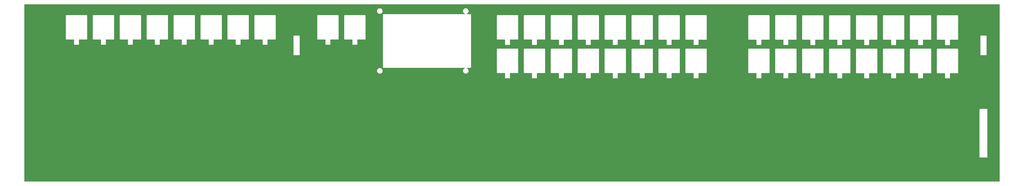
<source format=gbl>
G04 Layer: BottomLayer*
G04 EasyEDA v6.5.34, 2023-08-10 18:14:54*
G04 9b39919d3bca49e6becb9180a70721ca,5a6b42c53f6a479593ecc07194224c93,10*
G04 Gerber Generator version 0.2*
G04 Scale: 100 percent, Rotated: No, Reflected: No *
G04 Dimensions in millimeters *
G04 leading zeros omitted , absolute positions ,4 integer and 5 decimal *
%FSLAX45Y45*%
%MOMM*%

%ADD10C,3.0000*%

%LPD*%
G36*
X2068068Y25908D02*
G01*
X2064156Y26670D01*
X2060905Y28905D01*
X2058670Y32156D01*
X2057907Y36068D01*
X2057907Y8066531D01*
X2058670Y8070443D01*
X2060905Y8073694D01*
X2064156Y8075930D01*
X2068068Y8076692D01*
X46191932Y8076692D01*
X46195843Y8075930D01*
X46199094Y8073694D01*
X46201330Y8070443D01*
X46202092Y8066531D01*
X46202092Y36068D01*
X46201330Y32156D01*
X46199094Y28905D01*
X46195843Y26670D01*
X46191932Y25908D01*
G37*

%LPC*%
G36*
X18144540Y7646517D02*
G01*
X18159679Y7647431D01*
X18174665Y7650175D01*
X18189143Y7654696D01*
X18203011Y7660944D01*
X18216016Y7668818D01*
X18228005Y7678166D01*
X18238724Y7688935D01*
X18248122Y7700873D01*
X18255996Y7713878D01*
X18262244Y7727746D01*
X18266765Y7742275D01*
X18269508Y7757210D01*
X18270423Y7772400D01*
X18269508Y7787589D01*
X18266765Y7802524D01*
X18262244Y7817053D01*
X18255996Y7830921D01*
X18248122Y7843926D01*
X18238724Y7855864D01*
X18228005Y7866634D01*
X18216016Y7875981D01*
X18203011Y7883855D01*
X18189143Y7890103D01*
X18174665Y7894624D01*
X18159679Y7897368D01*
X18144540Y7898282D01*
X18129351Y7897368D01*
X18114365Y7894624D01*
X18099887Y7890103D01*
X18086019Y7883855D01*
X18073014Y7875981D01*
X18061025Y7866634D01*
X18050306Y7855864D01*
X18040908Y7843926D01*
X18033034Y7830921D01*
X18026786Y7817053D01*
X18022265Y7802524D01*
X18019522Y7787589D01*
X18018607Y7772400D01*
X18019522Y7757210D01*
X18022265Y7742275D01*
X18026786Y7727746D01*
X18033034Y7713878D01*
X18040908Y7700873D01*
X18050306Y7688935D01*
X18061025Y7678166D01*
X18073014Y7668818D01*
X18086019Y7660944D01*
X18099887Y7654696D01*
X18114365Y7650175D01*
X18129351Y7647431D01*
G37*
G36*
X43752058Y4714341D02*
G01*
X43922391Y4714341D01*
X43928690Y4715103D01*
X43934176Y4716983D01*
X43939053Y4720082D01*
X43943168Y4724146D01*
X43946216Y4729073D01*
X43948146Y4734509D01*
X43948858Y4740859D01*
X43948858Y4939131D01*
X43949620Y4943043D01*
X43951855Y4946345D01*
X43955106Y4948529D01*
X43959018Y4949291D01*
X44297041Y4949291D01*
X44303340Y4950053D01*
X44308826Y4951933D01*
X44313703Y4955032D01*
X44317818Y4959096D01*
X44320866Y4964023D01*
X44322796Y4969459D01*
X44323508Y4975809D01*
X44323508Y6035090D01*
X44322796Y6041440D01*
X44320866Y6046876D01*
X44317818Y6051804D01*
X44313703Y6055868D01*
X44308826Y6058966D01*
X44303340Y6060846D01*
X44297041Y6061557D01*
X43383758Y6061557D01*
X43377459Y6060846D01*
X43371973Y6058966D01*
X43367096Y6055868D01*
X43362981Y6051804D01*
X43359933Y6046876D01*
X43358003Y6041440D01*
X43357292Y6035090D01*
X43357292Y4975809D01*
X43358003Y4969459D01*
X43359933Y4964023D01*
X43362981Y4959096D01*
X43367096Y4955032D01*
X43371973Y4951933D01*
X43377459Y4950053D01*
X43383758Y4949291D01*
X43715432Y4949291D01*
X43719343Y4948529D01*
X43722594Y4946345D01*
X43724830Y4943043D01*
X43725592Y4939131D01*
X43725592Y4740859D01*
X43726303Y4734509D01*
X43728233Y4729073D01*
X43731281Y4724146D01*
X43735396Y4720082D01*
X43740273Y4716983D01*
X43745759Y4715103D01*
G37*
G36*
X42532858Y4714341D02*
G01*
X42703191Y4714341D01*
X42709490Y4715103D01*
X42714976Y4716983D01*
X42719853Y4720082D01*
X42723968Y4724146D01*
X42727016Y4729073D01*
X42728946Y4734509D01*
X42729658Y4740859D01*
X42729658Y4939131D01*
X42730420Y4943043D01*
X42732655Y4946345D01*
X42735906Y4948529D01*
X42739818Y4949291D01*
X43077841Y4949291D01*
X43084140Y4950053D01*
X43089626Y4951933D01*
X43094503Y4955032D01*
X43098618Y4959096D01*
X43101666Y4964023D01*
X43103596Y4969459D01*
X43104308Y4975809D01*
X43104308Y6035090D01*
X43103596Y6041440D01*
X43101666Y6046876D01*
X43098618Y6051804D01*
X43094503Y6055868D01*
X43089626Y6058966D01*
X43084140Y6060846D01*
X43077841Y6061557D01*
X42164558Y6061557D01*
X42158259Y6060846D01*
X42152773Y6058966D01*
X42147896Y6055868D01*
X42143781Y6051804D01*
X42140733Y6046876D01*
X42138803Y6041440D01*
X42138092Y6035090D01*
X42138092Y4975809D01*
X42138803Y4969459D01*
X42140733Y4964023D01*
X42143781Y4959096D01*
X42147896Y4955032D01*
X42152773Y4951933D01*
X42158259Y4950053D01*
X42164558Y4949291D01*
X42496232Y4949291D01*
X42500143Y4948529D01*
X42503394Y4946345D01*
X42505630Y4943043D01*
X42506392Y4939131D01*
X42506392Y4740859D01*
X42507103Y4734509D01*
X42509033Y4729073D01*
X42512081Y4724146D01*
X42516196Y4720082D01*
X42521073Y4716983D01*
X42526559Y4715103D01*
G37*
G36*
X41313658Y4714341D02*
G01*
X41483991Y4714341D01*
X41490290Y4715103D01*
X41495776Y4716983D01*
X41500653Y4720082D01*
X41504768Y4724146D01*
X41507816Y4729073D01*
X41509746Y4734509D01*
X41510458Y4740859D01*
X41510458Y4939131D01*
X41511220Y4943043D01*
X41513455Y4946345D01*
X41516706Y4948529D01*
X41520618Y4949291D01*
X41858641Y4949291D01*
X41864940Y4950053D01*
X41870426Y4951933D01*
X41875303Y4955032D01*
X41879418Y4959096D01*
X41882466Y4964023D01*
X41884396Y4969459D01*
X41885108Y4975809D01*
X41885108Y6035090D01*
X41884396Y6041440D01*
X41882466Y6046876D01*
X41879418Y6051804D01*
X41875303Y6055868D01*
X41870426Y6058966D01*
X41864940Y6060846D01*
X41858641Y6061557D01*
X40945358Y6061557D01*
X40939059Y6060846D01*
X40933573Y6058966D01*
X40928696Y6055868D01*
X40924581Y6051804D01*
X40921533Y6046876D01*
X40919603Y6041440D01*
X40918892Y6035090D01*
X40918892Y4975809D01*
X40919603Y4969459D01*
X40921533Y4964023D01*
X40924581Y4959096D01*
X40928696Y4955032D01*
X40933573Y4951933D01*
X40939059Y4950053D01*
X40945358Y4949291D01*
X41277032Y4949291D01*
X41280943Y4948529D01*
X41284194Y4946345D01*
X41286430Y4943043D01*
X41287192Y4939131D01*
X41287192Y4740859D01*
X41287903Y4734509D01*
X41289833Y4729073D01*
X41292881Y4724146D01*
X41296996Y4720082D01*
X41301873Y4716983D01*
X41307359Y4715103D01*
G37*
G36*
X40094458Y4714341D02*
G01*
X40264791Y4714341D01*
X40271090Y4715103D01*
X40276576Y4716983D01*
X40281453Y4720082D01*
X40285568Y4724146D01*
X40288616Y4729073D01*
X40290546Y4734509D01*
X40291258Y4740859D01*
X40291258Y4939131D01*
X40292020Y4943043D01*
X40294255Y4946345D01*
X40297506Y4948529D01*
X40301418Y4949291D01*
X40639441Y4949291D01*
X40645740Y4950053D01*
X40651226Y4951933D01*
X40656103Y4955032D01*
X40660218Y4959096D01*
X40663266Y4964023D01*
X40665196Y4969459D01*
X40665908Y4975809D01*
X40665908Y6035090D01*
X40665196Y6041440D01*
X40663266Y6046876D01*
X40660218Y6051804D01*
X40656103Y6055868D01*
X40651226Y6058966D01*
X40645740Y6060846D01*
X40639441Y6061557D01*
X39726158Y6061557D01*
X39719859Y6060846D01*
X39714373Y6058966D01*
X39709496Y6055868D01*
X39705381Y6051804D01*
X39702333Y6046876D01*
X39700403Y6041440D01*
X39699692Y6035090D01*
X39699692Y4975809D01*
X39700403Y4969459D01*
X39702333Y4964023D01*
X39705381Y4959096D01*
X39709496Y4955032D01*
X39714373Y4951933D01*
X39719859Y4950053D01*
X39726158Y4949291D01*
X40057832Y4949291D01*
X40061743Y4948529D01*
X40064994Y4946345D01*
X40067230Y4943043D01*
X40067992Y4939131D01*
X40067992Y4740859D01*
X40068703Y4734509D01*
X40070633Y4729073D01*
X40073681Y4724146D01*
X40077796Y4720082D01*
X40082673Y4716983D01*
X40088159Y4715103D01*
G37*
G36*
X38875258Y4714341D02*
G01*
X39045591Y4714341D01*
X39051890Y4715103D01*
X39057376Y4716983D01*
X39062253Y4720082D01*
X39066368Y4724146D01*
X39069416Y4729073D01*
X39071346Y4734509D01*
X39072058Y4740859D01*
X39072058Y4939131D01*
X39072820Y4943043D01*
X39075055Y4946345D01*
X39078306Y4948529D01*
X39082218Y4949291D01*
X39420241Y4949291D01*
X39426540Y4950053D01*
X39432026Y4951933D01*
X39436903Y4955032D01*
X39441018Y4959096D01*
X39444066Y4964023D01*
X39445996Y4969459D01*
X39446708Y4975809D01*
X39446708Y6035090D01*
X39445996Y6041440D01*
X39444066Y6046876D01*
X39441018Y6051804D01*
X39436903Y6055868D01*
X39432026Y6058966D01*
X39426540Y6060846D01*
X39420241Y6061557D01*
X38506958Y6061557D01*
X38500659Y6060846D01*
X38495173Y6058966D01*
X38490296Y6055868D01*
X38486181Y6051804D01*
X38483133Y6046876D01*
X38481203Y6041440D01*
X38480492Y6035090D01*
X38480492Y4975809D01*
X38481203Y4969459D01*
X38483133Y4964023D01*
X38486181Y4959096D01*
X38490296Y4955032D01*
X38495173Y4951933D01*
X38500659Y4950053D01*
X38506958Y4949291D01*
X38838632Y4949291D01*
X38842543Y4948529D01*
X38845794Y4946345D01*
X38848030Y4943043D01*
X38848792Y4939131D01*
X38848792Y4740859D01*
X38849503Y4734509D01*
X38851433Y4729073D01*
X38854481Y4724146D01*
X38858596Y4720082D01*
X38863473Y4716983D01*
X38868959Y4715103D01*
G37*
G36*
X37656058Y4714341D02*
G01*
X37826391Y4714341D01*
X37832690Y4715103D01*
X37838176Y4716983D01*
X37843053Y4720082D01*
X37847168Y4724146D01*
X37850216Y4729073D01*
X37852146Y4734509D01*
X37852858Y4740859D01*
X37852858Y4939131D01*
X37853620Y4943043D01*
X37855855Y4946345D01*
X37859106Y4948529D01*
X37863018Y4949291D01*
X38201041Y4949291D01*
X38207340Y4950053D01*
X38212826Y4951933D01*
X38217703Y4955032D01*
X38221818Y4959096D01*
X38224866Y4964023D01*
X38226796Y4969459D01*
X38227508Y4975809D01*
X38227508Y6035090D01*
X38226796Y6041440D01*
X38224866Y6046876D01*
X38221818Y6051804D01*
X38217703Y6055868D01*
X38212826Y6058966D01*
X38207340Y6060846D01*
X38201041Y6061557D01*
X37287758Y6061557D01*
X37281459Y6060846D01*
X37275973Y6058966D01*
X37271096Y6055868D01*
X37266981Y6051804D01*
X37263933Y6046876D01*
X37262003Y6041440D01*
X37261292Y6035090D01*
X37261292Y4975809D01*
X37262003Y4969459D01*
X37263933Y4964023D01*
X37266981Y4959096D01*
X37271096Y4955032D01*
X37275973Y4951933D01*
X37281459Y4950053D01*
X37287758Y4949291D01*
X37619432Y4949291D01*
X37623343Y4948529D01*
X37626594Y4946345D01*
X37628830Y4943043D01*
X37629592Y4939131D01*
X37629592Y4740859D01*
X37630303Y4734509D01*
X37632233Y4729073D01*
X37635281Y4724146D01*
X37639396Y4720082D01*
X37644273Y4716983D01*
X37649759Y4715103D01*
G37*
G36*
X32372858Y4714341D02*
G01*
X32543191Y4714341D01*
X32549490Y4715103D01*
X32554976Y4716983D01*
X32559853Y4720082D01*
X32563968Y4724146D01*
X32567016Y4729073D01*
X32568946Y4734509D01*
X32569658Y4740859D01*
X32569658Y4942332D01*
X32570420Y4946243D01*
X32572655Y4949494D01*
X32575906Y4951730D01*
X32579818Y4952492D01*
X32917841Y4952492D01*
X32924140Y4953203D01*
X32929626Y4955133D01*
X32934503Y4958181D01*
X32938618Y4962296D01*
X32941666Y4967173D01*
X32943596Y4972659D01*
X32944308Y4978958D01*
X32944308Y6038291D01*
X32943596Y6044590D01*
X32941666Y6050076D01*
X32938618Y6054953D01*
X32934503Y6059068D01*
X32929626Y6062116D01*
X32924140Y6064046D01*
X32917841Y6064758D01*
X32004558Y6064758D01*
X31998259Y6064046D01*
X31992773Y6062116D01*
X31987896Y6059068D01*
X31983781Y6054953D01*
X31980733Y6050076D01*
X31978803Y6044590D01*
X31978092Y6038291D01*
X31978092Y4978958D01*
X31978803Y4972659D01*
X31980733Y4967173D01*
X31983781Y4962296D01*
X31987896Y4958181D01*
X31992773Y4955133D01*
X31998259Y4953203D01*
X32004558Y4952492D01*
X32336232Y4952492D01*
X32340143Y4951730D01*
X32343394Y4949494D01*
X32345630Y4946243D01*
X32346392Y4942332D01*
X32346392Y4740859D01*
X32347103Y4734509D01*
X32349033Y4729073D01*
X32352081Y4724146D01*
X32356196Y4720082D01*
X32361073Y4716983D01*
X32366559Y4715103D01*
G37*
G36*
X29934458Y4714341D02*
G01*
X30104791Y4714341D01*
X30111090Y4715103D01*
X30116576Y4716983D01*
X30121453Y4720082D01*
X30125568Y4724146D01*
X30128616Y4729073D01*
X30130546Y4734509D01*
X30131258Y4740859D01*
X30131258Y4942332D01*
X30132020Y4946243D01*
X30134255Y4949494D01*
X30137506Y4951730D01*
X30141418Y4952492D01*
X30479441Y4952492D01*
X30485740Y4953203D01*
X30491226Y4955133D01*
X30496103Y4958181D01*
X30500218Y4962296D01*
X30503266Y4967173D01*
X30505196Y4972659D01*
X30505908Y4978958D01*
X30505908Y6038291D01*
X30505196Y6044590D01*
X30503266Y6050076D01*
X30500218Y6054953D01*
X30496103Y6059068D01*
X30491226Y6062116D01*
X30485740Y6064046D01*
X30479441Y6064758D01*
X29566158Y6064758D01*
X29559859Y6064046D01*
X29554373Y6062116D01*
X29549496Y6059068D01*
X29545381Y6054953D01*
X29542333Y6050076D01*
X29540403Y6044590D01*
X29539692Y6038291D01*
X29539692Y4978958D01*
X29540403Y4972659D01*
X29542333Y4967173D01*
X29545381Y4962296D01*
X29549496Y4958181D01*
X29554373Y4955133D01*
X29559859Y4953203D01*
X29566158Y4952492D01*
X29897832Y4952492D01*
X29901743Y4951730D01*
X29904994Y4949494D01*
X29907230Y4946243D01*
X29907992Y4942332D01*
X29907992Y4740859D01*
X29908703Y4734509D01*
X29910633Y4729073D01*
X29913681Y4724146D01*
X29917796Y4720082D01*
X29922673Y4716983D01*
X29928159Y4715103D01*
G37*
G36*
X27496058Y4714341D02*
G01*
X27666391Y4714341D01*
X27672690Y4715103D01*
X27678176Y4716983D01*
X27683053Y4720082D01*
X27687168Y4724146D01*
X27690216Y4729073D01*
X27692146Y4734509D01*
X27692858Y4740859D01*
X27692858Y4942332D01*
X27693620Y4946243D01*
X27695855Y4949494D01*
X27699106Y4951730D01*
X27703018Y4952492D01*
X28041041Y4952492D01*
X28047340Y4953203D01*
X28052826Y4955133D01*
X28057703Y4958181D01*
X28061818Y4962296D01*
X28064866Y4967173D01*
X28066796Y4972659D01*
X28067508Y4978958D01*
X28067508Y6038291D01*
X28066796Y6044590D01*
X28064866Y6050076D01*
X28061818Y6054953D01*
X28057703Y6059068D01*
X28052826Y6062116D01*
X28047340Y6064046D01*
X28041041Y6064758D01*
X27127758Y6064758D01*
X27121459Y6064046D01*
X27115973Y6062116D01*
X27111096Y6059068D01*
X27106981Y6054953D01*
X27103933Y6050076D01*
X27102003Y6044590D01*
X27101292Y6038291D01*
X27101292Y4978958D01*
X27102003Y4972659D01*
X27103933Y4967173D01*
X27106981Y4962296D01*
X27111096Y4958181D01*
X27115973Y4955133D01*
X27121459Y4953203D01*
X27127758Y4952492D01*
X27459432Y4952492D01*
X27463343Y4951730D01*
X27466594Y4949494D01*
X27468830Y4946243D01*
X27469592Y4942332D01*
X27469592Y4740859D01*
X27470303Y4734509D01*
X27472233Y4729073D01*
X27475281Y4724146D01*
X27479396Y4720082D01*
X27484273Y4716983D01*
X27489759Y4715103D01*
G37*
G36*
X31153658Y4714341D02*
G01*
X31323991Y4714341D01*
X31330290Y4715103D01*
X31335776Y4716983D01*
X31340653Y4720082D01*
X31344768Y4724146D01*
X31347816Y4729073D01*
X31349746Y4734509D01*
X31350458Y4740859D01*
X31350458Y4942332D01*
X31351220Y4946243D01*
X31353455Y4949494D01*
X31356706Y4951730D01*
X31360618Y4952492D01*
X31698641Y4952492D01*
X31704940Y4953203D01*
X31710426Y4955133D01*
X31715303Y4958181D01*
X31719418Y4962296D01*
X31722466Y4967173D01*
X31724396Y4972659D01*
X31725108Y4978958D01*
X31725108Y6038291D01*
X31724396Y6044590D01*
X31722466Y6050076D01*
X31719418Y6054953D01*
X31715303Y6059068D01*
X31710426Y6062116D01*
X31704940Y6064046D01*
X31698641Y6064758D01*
X30785358Y6064758D01*
X30779059Y6064046D01*
X30773573Y6062116D01*
X30768696Y6059068D01*
X30764581Y6054953D01*
X30761533Y6050076D01*
X30759603Y6044590D01*
X30758892Y6038291D01*
X30758892Y4978958D01*
X30759603Y4972659D01*
X30761533Y4967173D01*
X30764581Y4962296D01*
X30768696Y4958181D01*
X30773573Y4955133D01*
X30779059Y4953203D01*
X30785358Y4952492D01*
X31117032Y4952492D01*
X31120943Y4951730D01*
X31124194Y4949494D01*
X31126430Y4946243D01*
X31127192Y4942332D01*
X31127192Y4740859D01*
X31127903Y4734509D01*
X31129833Y4729073D01*
X31132881Y4724146D01*
X31136996Y4720082D01*
X31141873Y4716983D01*
X31147359Y4715103D01*
G37*
G36*
X28715258Y4714341D02*
G01*
X28885591Y4714341D01*
X28891890Y4715103D01*
X28897376Y4716983D01*
X28902253Y4720082D01*
X28906368Y4724146D01*
X28909416Y4729073D01*
X28911346Y4734509D01*
X28912058Y4740859D01*
X28912058Y4942332D01*
X28912820Y4946243D01*
X28915055Y4949494D01*
X28918306Y4951730D01*
X28922218Y4952492D01*
X29260241Y4952492D01*
X29266540Y4953203D01*
X29272026Y4955133D01*
X29276903Y4958181D01*
X29281018Y4962296D01*
X29284066Y4967173D01*
X29285996Y4972659D01*
X29286708Y4978958D01*
X29286708Y6038291D01*
X29285996Y6044590D01*
X29284066Y6050076D01*
X29281018Y6054953D01*
X29276903Y6059068D01*
X29272026Y6062116D01*
X29266540Y6064046D01*
X29260241Y6064758D01*
X28346958Y6064758D01*
X28340659Y6064046D01*
X28335173Y6062116D01*
X28330296Y6059068D01*
X28326181Y6054953D01*
X28323133Y6050076D01*
X28321203Y6044590D01*
X28320492Y6038291D01*
X28320492Y4978958D01*
X28321203Y4972659D01*
X28323133Y4967173D01*
X28326181Y4962296D01*
X28330296Y4958181D01*
X28335173Y4955133D01*
X28340659Y4953203D01*
X28346958Y4952492D01*
X28678632Y4952492D01*
X28682543Y4951730D01*
X28685794Y4949494D01*
X28688030Y4946243D01*
X28688792Y4942332D01*
X28688792Y4740859D01*
X28689503Y4734509D01*
X28691433Y4729073D01*
X28694481Y4724146D01*
X28698596Y4720082D01*
X28703473Y4716983D01*
X28708959Y4715103D01*
G37*
G36*
X36436858Y4714341D02*
G01*
X36607191Y4714341D01*
X36613490Y4715103D01*
X36618976Y4716983D01*
X36623853Y4720082D01*
X36627968Y4724146D01*
X36631016Y4729073D01*
X36632946Y4734509D01*
X36633658Y4740859D01*
X36633658Y4942332D01*
X36634420Y4946243D01*
X36636655Y4949494D01*
X36639906Y4951730D01*
X36643818Y4952492D01*
X36981841Y4952492D01*
X36988140Y4953203D01*
X36993626Y4955133D01*
X36998503Y4958181D01*
X37002618Y4962296D01*
X37005666Y4967173D01*
X37007596Y4972659D01*
X37008308Y4978958D01*
X37008308Y6038291D01*
X37007596Y6044590D01*
X37005666Y6050076D01*
X37002618Y6054953D01*
X36998503Y6059068D01*
X36993626Y6062116D01*
X36988140Y6064046D01*
X36981841Y6064758D01*
X36068558Y6064758D01*
X36062259Y6064046D01*
X36056773Y6062116D01*
X36051896Y6059068D01*
X36047781Y6054953D01*
X36044733Y6050076D01*
X36042803Y6044590D01*
X36042092Y6038291D01*
X36042092Y4978958D01*
X36042803Y4972659D01*
X36044733Y4967173D01*
X36047781Y4962296D01*
X36051896Y4958181D01*
X36056773Y4955133D01*
X36062259Y4953203D01*
X36068558Y4952492D01*
X36400232Y4952492D01*
X36404143Y4951730D01*
X36407394Y4949494D01*
X36409630Y4946243D01*
X36410392Y4942332D01*
X36410392Y4740859D01*
X36411103Y4734509D01*
X36413033Y4729073D01*
X36416081Y4724146D01*
X36420196Y4720082D01*
X36425073Y4716983D01*
X36430559Y4715103D01*
G37*
G36*
X26276858Y4714341D02*
G01*
X26447191Y4714341D01*
X26453490Y4715103D01*
X26458976Y4716983D01*
X26463853Y4720082D01*
X26467968Y4724146D01*
X26471016Y4729073D01*
X26472946Y4734509D01*
X26473658Y4740859D01*
X26473658Y4942332D01*
X26474420Y4946243D01*
X26476655Y4949494D01*
X26479906Y4951730D01*
X26483818Y4952492D01*
X26821841Y4952492D01*
X26828140Y4953203D01*
X26833626Y4955133D01*
X26838503Y4958181D01*
X26842618Y4962296D01*
X26845666Y4967173D01*
X26847596Y4972659D01*
X26848308Y4978958D01*
X26848308Y6038291D01*
X26847596Y6044590D01*
X26845666Y6050076D01*
X26842618Y6054953D01*
X26838503Y6059068D01*
X26833626Y6062116D01*
X26828140Y6064046D01*
X26821841Y6064758D01*
X25908558Y6064758D01*
X25902259Y6064046D01*
X25896773Y6062116D01*
X25891896Y6059068D01*
X25887781Y6054953D01*
X25884733Y6050076D01*
X25882803Y6044590D01*
X25882092Y6038291D01*
X25882092Y4978958D01*
X25882803Y4972659D01*
X25884733Y4967173D01*
X25887781Y4962296D01*
X25891896Y4958181D01*
X25896773Y4955133D01*
X25902259Y4953203D01*
X25908558Y4952492D01*
X26240232Y4952492D01*
X26244143Y4951730D01*
X26247394Y4949494D01*
X26249630Y4946243D01*
X26250392Y4942332D01*
X26250392Y4740859D01*
X26251103Y4734509D01*
X26253033Y4729073D01*
X26256081Y4724146D01*
X26260196Y4720082D01*
X26265073Y4716983D01*
X26270559Y4715103D01*
G37*
G36*
X35217658Y4714341D02*
G01*
X35387991Y4714341D01*
X35394290Y4715103D01*
X35399776Y4716983D01*
X35404653Y4720082D01*
X35408768Y4724146D01*
X35411816Y4729073D01*
X35413746Y4734509D01*
X35414458Y4740859D01*
X35414458Y4942332D01*
X35415220Y4946243D01*
X35417455Y4949494D01*
X35420706Y4951730D01*
X35424618Y4952492D01*
X35762641Y4952492D01*
X35768940Y4953203D01*
X35774426Y4955133D01*
X35779303Y4958181D01*
X35783418Y4962296D01*
X35786466Y4967173D01*
X35788396Y4972659D01*
X35789108Y4978958D01*
X35789108Y6038291D01*
X35788396Y6044590D01*
X35786466Y6050076D01*
X35783418Y6054953D01*
X35779303Y6059068D01*
X35774426Y6062116D01*
X35768940Y6064046D01*
X35762641Y6064758D01*
X34849358Y6064758D01*
X34843059Y6064046D01*
X34837573Y6062116D01*
X34832696Y6059068D01*
X34828581Y6054953D01*
X34825533Y6050076D01*
X34823603Y6044590D01*
X34822892Y6038291D01*
X34822892Y4978958D01*
X34823603Y4972659D01*
X34825533Y4967173D01*
X34828581Y4962296D01*
X34832696Y4958181D01*
X34837573Y4955133D01*
X34843059Y4953203D01*
X34849358Y4952492D01*
X35181032Y4952492D01*
X35184943Y4951730D01*
X35188194Y4949494D01*
X35190430Y4946243D01*
X35191192Y4942332D01*
X35191192Y4740859D01*
X35191903Y4734509D01*
X35193833Y4729073D01*
X35196881Y4724146D01*
X35200996Y4720082D01*
X35205873Y4716983D01*
X35211359Y4715103D01*
G37*
G36*
X25057658Y4714341D02*
G01*
X25227991Y4714341D01*
X25234290Y4715103D01*
X25239776Y4716983D01*
X25244653Y4720082D01*
X25248768Y4724146D01*
X25251816Y4729073D01*
X25253746Y4734509D01*
X25254458Y4740859D01*
X25254458Y4945481D01*
X25255220Y4949393D01*
X25257455Y4952695D01*
X25260706Y4954879D01*
X25264618Y4955641D01*
X25602641Y4955641D01*
X25608940Y4956403D01*
X25614426Y4958283D01*
X25619303Y4961382D01*
X25623418Y4965446D01*
X25626466Y4970373D01*
X25628396Y4975809D01*
X25629108Y4982159D01*
X25629108Y6041440D01*
X25628396Y6047790D01*
X25626466Y6053226D01*
X25623418Y6058154D01*
X25619303Y6062218D01*
X25614426Y6065316D01*
X25608940Y6067196D01*
X25602641Y6067907D01*
X24689358Y6067907D01*
X24683059Y6067196D01*
X24677573Y6065316D01*
X24672696Y6062218D01*
X24668581Y6058154D01*
X24665533Y6053226D01*
X24663603Y6047790D01*
X24662892Y6041440D01*
X24662892Y4982159D01*
X24663603Y4975809D01*
X24665533Y4970373D01*
X24668581Y4965446D01*
X24672696Y4961382D01*
X24677573Y4958283D01*
X24683059Y4956403D01*
X24689358Y4955641D01*
X25021032Y4955641D01*
X25024943Y4954879D01*
X25028194Y4952695D01*
X25030430Y4949393D01*
X25031192Y4945481D01*
X25031192Y4740859D01*
X25031903Y4734509D01*
X25033833Y4729073D01*
X25036881Y4724146D01*
X25040996Y4720082D01*
X25045873Y4716983D01*
X25051359Y4715103D01*
G37*
G36*
X23838458Y4714341D02*
G01*
X24008791Y4714341D01*
X24015090Y4715103D01*
X24020576Y4716983D01*
X24025453Y4720082D01*
X24029568Y4724146D01*
X24032616Y4729073D01*
X24034546Y4734509D01*
X24035258Y4740859D01*
X24035258Y4945481D01*
X24036020Y4949393D01*
X24038255Y4952695D01*
X24041506Y4954879D01*
X24045418Y4955641D01*
X24383441Y4955641D01*
X24389740Y4956403D01*
X24395226Y4958283D01*
X24400103Y4961382D01*
X24404218Y4965446D01*
X24407266Y4970373D01*
X24409196Y4975809D01*
X24409908Y4982159D01*
X24409908Y6041440D01*
X24409196Y6047790D01*
X24407266Y6053226D01*
X24404218Y6058154D01*
X24400103Y6062218D01*
X24395226Y6065316D01*
X24389740Y6067196D01*
X24383441Y6067907D01*
X23470158Y6067907D01*
X23463859Y6067196D01*
X23458373Y6065316D01*
X23453496Y6062218D01*
X23449381Y6058154D01*
X23446333Y6053226D01*
X23444403Y6047790D01*
X23443692Y6041440D01*
X23443692Y4982159D01*
X23444403Y4975809D01*
X23446333Y4970373D01*
X23449381Y4965446D01*
X23453496Y4961382D01*
X23458373Y4958283D01*
X23463859Y4956403D01*
X23470158Y4955641D01*
X23801832Y4955641D01*
X23805743Y4954879D01*
X23808994Y4952695D01*
X23811230Y4949393D01*
X23811992Y4945481D01*
X23811992Y4740859D01*
X23812703Y4734509D01*
X23814633Y4729073D01*
X23817681Y4724146D01*
X23821796Y4720082D01*
X23826673Y4716983D01*
X23832159Y4715103D01*
G37*
G36*
X18144540Y4931511D02*
G01*
X18159679Y4932426D01*
X18174665Y4935169D01*
X18189143Y4939690D01*
X18203011Y4945938D01*
X18216016Y4953812D01*
X18228005Y4963160D01*
X18238724Y4973929D01*
X18248122Y4985867D01*
X18255996Y4998872D01*
X18262244Y5012740D01*
X18266765Y5027269D01*
X18269508Y5042204D01*
X18270423Y5057394D01*
X18269508Y5072583D01*
X18266765Y5087518D01*
X18262244Y5102047D01*
X18255996Y5115915D01*
X18248122Y5128920D01*
X18238724Y5140858D01*
X18228005Y5151628D01*
X18216016Y5160975D01*
X18203011Y5168849D01*
X18189143Y5175097D01*
X18174665Y5179618D01*
X18159679Y5182362D01*
X18144540Y5183276D01*
X18129351Y5182362D01*
X18114365Y5179618D01*
X18099887Y5175097D01*
X18086019Y5168849D01*
X18073014Y5160975D01*
X18061025Y5151628D01*
X18050306Y5140858D01*
X18040908Y5128920D01*
X18033034Y5115915D01*
X18026786Y5102047D01*
X18022265Y5087518D01*
X18019522Y5072583D01*
X18018607Y5057394D01*
X18019522Y5042204D01*
X18022265Y5027269D01*
X18026786Y5012740D01*
X18033034Y4998872D01*
X18040908Y4985867D01*
X18050306Y4973929D01*
X18061025Y4963160D01*
X18073014Y4953812D01*
X18086019Y4945938D01*
X18099887Y4939690D01*
X18114365Y4935169D01*
X18129351Y4932426D01*
G37*
G36*
X22034500Y4931511D02*
G01*
X22049689Y4932426D01*
X22064624Y4935169D01*
X22079153Y4939690D01*
X22093021Y4945938D01*
X22106026Y4953812D01*
X22117964Y4963160D01*
X22128734Y4973929D01*
X22138081Y4985867D01*
X22145955Y4998872D01*
X22152203Y5012740D01*
X22156724Y5027269D01*
X22159468Y5042204D01*
X22160382Y5057394D01*
X22159468Y5072583D01*
X22156724Y5087518D01*
X22152203Y5102047D01*
X22145955Y5115915D01*
X22138081Y5128920D01*
X22128734Y5140858D01*
X22117964Y5151628D01*
X22106026Y5160975D01*
X22093021Y5168849D01*
X22080778Y5174386D01*
X22077578Y5176621D01*
X22075495Y5179923D01*
X22074784Y5183784D01*
X22075597Y5187645D01*
X22077832Y5190896D01*
X22081083Y5193030D01*
X22084944Y5193792D01*
X22249841Y5193792D01*
X22256140Y5194503D01*
X22261626Y5196433D01*
X22266503Y5199481D01*
X22270618Y5203596D01*
X22273666Y5208473D01*
X22275596Y5213959D01*
X22276308Y5220258D01*
X22276308Y7606741D01*
X22275596Y7613040D01*
X22273666Y7618526D01*
X22270618Y7623403D01*
X22266503Y7627518D01*
X22261626Y7630566D01*
X22256140Y7632496D01*
X22249841Y7633208D01*
X22076968Y7633208D01*
X22072955Y7634020D01*
X22069602Y7636357D01*
X22067418Y7639862D01*
X22066808Y7643875D01*
X22067824Y7647838D01*
X22070364Y7651089D01*
X22073920Y7653070D01*
X22079153Y7654696D01*
X22093021Y7660944D01*
X22106026Y7668818D01*
X22117964Y7678166D01*
X22128734Y7688935D01*
X22138081Y7700873D01*
X22145955Y7713878D01*
X22152203Y7727746D01*
X22156724Y7742275D01*
X22159468Y7757210D01*
X22160382Y7772400D01*
X22159468Y7787589D01*
X22156724Y7802524D01*
X22152203Y7817053D01*
X22145955Y7830921D01*
X22138081Y7843926D01*
X22128734Y7855864D01*
X22117964Y7866634D01*
X22106026Y7875981D01*
X22093021Y7883855D01*
X22079153Y7890103D01*
X22064624Y7894624D01*
X22049689Y7897368D01*
X22034500Y7898282D01*
X22019310Y7897368D01*
X22004375Y7894624D01*
X21989846Y7890103D01*
X21975978Y7883855D01*
X21962973Y7875981D01*
X21951035Y7866634D01*
X21940266Y7855864D01*
X21930918Y7843926D01*
X21923044Y7830921D01*
X21916796Y7817053D01*
X21912275Y7802524D01*
X21909532Y7787589D01*
X21908617Y7772400D01*
X21909532Y7757210D01*
X21912275Y7742275D01*
X21916796Y7727746D01*
X21923044Y7713878D01*
X21930918Y7700873D01*
X21940266Y7688935D01*
X21951035Y7678166D01*
X21962973Y7668818D01*
X21975978Y7660944D01*
X21989846Y7654696D01*
X21995079Y7653070D01*
X21998635Y7651089D01*
X22001175Y7647838D01*
X22002191Y7643875D01*
X22001581Y7639862D01*
X21999397Y7636357D01*
X21996044Y7634020D01*
X21992031Y7633208D01*
X18313958Y7633208D01*
X18307659Y7632496D01*
X18302173Y7630566D01*
X18297296Y7627518D01*
X18293181Y7623403D01*
X18290133Y7618526D01*
X18288203Y7613040D01*
X18287492Y7606741D01*
X18287492Y5220258D01*
X18288203Y5213959D01*
X18290133Y5208473D01*
X18293181Y5203596D01*
X18297296Y5199481D01*
X18302173Y5196433D01*
X18307659Y5194503D01*
X18313958Y5193792D01*
X21984055Y5193792D01*
X21987916Y5193030D01*
X21991167Y5190896D01*
X21993402Y5187645D01*
X21994215Y5183784D01*
X21993504Y5179923D01*
X21991421Y5176621D01*
X21988221Y5174386D01*
X21975978Y5168849D01*
X21962973Y5160975D01*
X21951035Y5151628D01*
X21940266Y5140858D01*
X21930918Y5128920D01*
X21923044Y5115915D01*
X21916796Y5102047D01*
X21912275Y5087518D01*
X21909532Y5072583D01*
X21908617Y5057394D01*
X21909532Y5042204D01*
X21912275Y5027269D01*
X21916796Y5012740D01*
X21923044Y4998872D01*
X21930918Y4985867D01*
X21940266Y4973929D01*
X21951035Y4963160D01*
X21962973Y4953812D01*
X21975978Y4945938D01*
X21989846Y4939690D01*
X22004375Y4935169D01*
X22019310Y4932426D01*
G37*
G36*
X14262658Y5765292D02*
G01*
X14490141Y5765292D01*
X14496440Y5766003D01*
X14501926Y5767933D01*
X14506803Y5770981D01*
X14510918Y5775096D01*
X14513966Y5779973D01*
X14515896Y5785459D01*
X14516607Y5791758D01*
X14516607Y6628841D01*
X14515896Y6635140D01*
X14513966Y6640626D01*
X14510918Y6645503D01*
X14506803Y6649618D01*
X14501926Y6652666D01*
X14496440Y6654596D01*
X14490141Y6655308D01*
X14262658Y6655308D01*
X14256359Y6654596D01*
X14250873Y6652666D01*
X14245996Y6649618D01*
X14241881Y6645503D01*
X14238833Y6640626D01*
X14236903Y6635140D01*
X14236192Y6628841D01*
X14236192Y5791758D01*
X14236903Y5785459D01*
X14238833Y5779973D01*
X14241881Y5775096D01*
X14245996Y5770981D01*
X14250873Y5767933D01*
X14256359Y5766003D01*
G37*
G36*
X45352258Y5765292D02*
G01*
X45579741Y5765292D01*
X45586040Y5766003D01*
X45591526Y5767933D01*
X45596403Y5770981D01*
X45600518Y5775096D01*
X45603566Y5779973D01*
X45605496Y5785459D01*
X45606208Y5791758D01*
X45606208Y6628841D01*
X45605496Y6635140D01*
X45603566Y6640626D01*
X45600518Y6645503D01*
X45596403Y6649618D01*
X45591526Y6652666D01*
X45586040Y6654596D01*
X45579741Y6655308D01*
X45352258Y6655308D01*
X45345959Y6654596D01*
X45340473Y6652666D01*
X45335596Y6649618D01*
X45331481Y6645503D01*
X45328433Y6640626D01*
X45326503Y6635140D01*
X45325792Y6628841D01*
X45325792Y5791758D01*
X45326503Y5785459D01*
X45328433Y5779973D01*
X45331481Y5775096D01*
X45335596Y5770981D01*
X45340473Y5767933D01*
X45345959Y5766003D01*
G37*
G36*
X40094458Y6228842D02*
G01*
X40264791Y6228842D01*
X40271090Y6229553D01*
X40276576Y6231483D01*
X40281453Y6234531D01*
X40285568Y6238646D01*
X40288616Y6243523D01*
X40290546Y6249009D01*
X40291258Y6255308D01*
X40291258Y6459982D01*
X40292020Y6463893D01*
X40294255Y6467144D01*
X40297506Y6469380D01*
X40301418Y6470142D01*
X40639441Y6470142D01*
X40645740Y6470853D01*
X40651226Y6472783D01*
X40656103Y6475831D01*
X40660218Y6479946D01*
X40663266Y6484823D01*
X40665196Y6490309D01*
X40665908Y6496608D01*
X40665908Y7555941D01*
X40665196Y7562240D01*
X40663266Y7567726D01*
X40660218Y7572603D01*
X40656103Y7576718D01*
X40651226Y7579766D01*
X40645740Y7581696D01*
X40639441Y7582408D01*
X39726158Y7582408D01*
X39719859Y7581696D01*
X39714373Y7579766D01*
X39709496Y7576718D01*
X39705381Y7572603D01*
X39702333Y7567726D01*
X39700403Y7562240D01*
X39699692Y7555941D01*
X39699692Y6496608D01*
X39700403Y6490309D01*
X39702333Y6484823D01*
X39705381Y6479946D01*
X39709496Y6475831D01*
X39714373Y6472783D01*
X39719859Y6470853D01*
X39726158Y6470142D01*
X40057832Y6470142D01*
X40061743Y6469380D01*
X40064994Y6467144D01*
X40067230Y6463893D01*
X40067992Y6459982D01*
X40067992Y6255308D01*
X40068703Y6249009D01*
X40070633Y6243523D01*
X40073681Y6238646D01*
X40077796Y6234531D01*
X40082673Y6231483D01*
X40088159Y6229553D01*
G37*
G36*
X38875258Y6228842D02*
G01*
X39045591Y6228842D01*
X39051890Y6229553D01*
X39057376Y6231483D01*
X39062253Y6234531D01*
X39066368Y6238646D01*
X39069416Y6243523D01*
X39071346Y6249009D01*
X39072058Y6255308D01*
X39072058Y6459982D01*
X39072820Y6463893D01*
X39075055Y6467144D01*
X39078306Y6469380D01*
X39082218Y6470142D01*
X39420241Y6470142D01*
X39426540Y6470853D01*
X39432026Y6472783D01*
X39436903Y6475831D01*
X39441018Y6479946D01*
X39444066Y6484823D01*
X39445996Y6490309D01*
X39446708Y6496608D01*
X39446708Y7555941D01*
X39445996Y7562240D01*
X39444066Y7567726D01*
X39441018Y7572603D01*
X39436903Y7576718D01*
X39432026Y7579766D01*
X39426540Y7581696D01*
X39420241Y7582408D01*
X38506958Y7582408D01*
X38500659Y7581696D01*
X38495173Y7579766D01*
X38490296Y7576718D01*
X38486181Y7572603D01*
X38483133Y7567726D01*
X38481203Y7562240D01*
X38480492Y7555941D01*
X38480492Y6496608D01*
X38481203Y6490309D01*
X38483133Y6484823D01*
X38486181Y6479946D01*
X38490296Y6475831D01*
X38495173Y6472783D01*
X38500659Y6470853D01*
X38506958Y6470142D01*
X38838632Y6470142D01*
X38842543Y6469380D01*
X38845794Y6467144D01*
X38848030Y6463893D01*
X38848792Y6459982D01*
X38848792Y6255308D01*
X38849503Y6249009D01*
X38851433Y6243523D01*
X38854481Y6238646D01*
X38858596Y6234531D01*
X38863473Y6231483D01*
X38868959Y6229553D01*
G37*
G36*
X45314158Y1117092D02*
G01*
X45617841Y1117092D01*
X45624140Y1117803D01*
X45629626Y1119733D01*
X45634503Y1122781D01*
X45638618Y1126896D01*
X45641666Y1131773D01*
X45643596Y1137259D01*
X45644308Y1143558D01*
X45644308Y3301441D01*
X45643596Y3307740D01*
X45641666Y3313226D01*
X45638618Y3318103D01*
X45634503Y3322218D01*
X45629626Y3325266D01*
X45624140Y3327196D01*
X45617841Y3327908D01*
X45314158Y3327908D01*
X45307859Y3327196D01*
X45302373Y3325266D01*
X45297496Y3322218D01*
X45293381Y3318103D01*
X45290333Y3313226D01*
X45288403Y3307740D01*
X45287692Y3301441D01*
X45287692Y1143558D01*
X45288403Y1137259D01*
X45290333Y1131773D01*
X45293381Y1126896D01*
X45297496Y1122781D01*
X45302373Y1119733D01*
X45307859Y1117803D01*
G37*
G36*
X41313658Y6228842D02*
G01*
X41483991Y6228842D01*
X41490290Y6229553D01*
X41495776Y6231483D01*
X41500653Y6234531D01*
X41504768Y6238646D01*
X41507816Y6243523D01*
X41509746Y6249009D01*
X41510458Y6255308D01*
X41510458Y6459982D01*
X41511220Y6463893D01*
X41513455Y6467144D01*
X41516706Y6469380D01*
X41520618Y6470142D01*
X41858641Y6470142D01*
X41864940Y6470853D01*
X41870426Y6472783D01*
X41875303Y6475831D01*
X41879418Y6479946D01*
X41882466Y6484823D01*
X41884396Y6490309D01*
X41885108Y6496608D01*
X41885108Y7555941D01*
X41884396Y7562240D01*
X41882466Y7567726D01*
X41879418Y7572603D01*
X41875303Y7576718D01*
X41870426Y7579766D01*
X41864940Y7581696D01*
X41858641Y7582408D01*
X40945358Y7582408D01*
X40939059Y7581696D01*
X40933573Y7579766D01*
X40928696Y7576718D01*
X40924581Y7572603D01*
X40921533Y7567726D01*
X40919603Y7562240D01*
X40918892Y7555941D01*
X40918892Y6496608D01*
X40919603Y6490309D01*
X40921533Y6484823D01*
X40924581Y6479946D01*
X40928696Y6475831D01*
X40933573Y6472783D01*
X40939059Y6470853D01*
X40945358Y6470142D01*
X41277032Y6470142D01*
X41280943Y6469380D01*
X41284194Y6467144D01*
X41286430Y6463893D01*
X41287192Y6459982D01*
X41287192Y6255308D01*
X41287903Y6249009D01*
X41289833Y6243523D01*
X41292881Y6238646D01*
X41296996Y6234531D01*
X41301873Y6231483D01*
X41307359Y6229553D01*
G37*
G36*
X37656058Y6228842D02*
G01*
X37826391Y6228842D01*
X37832690Y6229553D01*
X37838176Y6231483D01*
X37843053Y6234531D01*
X37847168Y6238646D01*
X37850216Y6243523D01*
X37852146Y6249009D01*
X37852858Y6255308D01*
X37852858Y6459982D01*
X37853620Y6463893D01*
X37855855Y6467144D01*
X37859106Y6469380D01*
X37863018Y6470142D01*
X38201041Y6470142D01*
X38207340Y6470853D01*
X38212826Y6472783D01*
X38217703Y6475831D01*
X38221818Y6479946D01*
X38224866Y6484823D01*
X38226796Y6490309D01*
X38227508Y6496608D01*
X38227508Y7555941D01*
X38226796Y7562240D01*
X38224866Y7567726D01*
X38221818Y7572603D01*
X38217703Y7576718D01*
X38212826Y7579766D01*
X38207340Y7581696D01*
X38201041Y7582408D01*
X37287758Y7582408D01*
X37281459Y7581696D01*
X37275973Y7579766D01*
X37271096Y7576718D01*
X37266981Y7572603D01*
X37263933Y7567726D01*
X37262003Y7562240D01*
X37261292Y7555941D01*
X37261292Y6496608D01*
X37262003Y6490309D01*
X37263933Y6484823D01*
X37266981Y6479946D01*
X37271096Y6475831D01*
X37275973Y6472783D01*
X37281459Y6470853D01*
X37287758Y6470142D01*
X37619432Y6470142D01*
X37623343Y6469380D01*
X37626594Y6467144D01*
X37628830Y6463893D01*
X37629592Y6459982D01*
X37629592Y6255308D01*
X37630303Y6249009D01*
X37632233Y6243523D01*
X37635281Y6238646D01*
X37639396Y6234531D01*
X37644273Y6231483D01*
X37649759Y6229553D01*
G37*
G36*
X43752058Y6228842D02*
G01*
X43922391Y6228842D01*
X43928690Y6229553D01*
X43934176Y6231483D01*
X43939053Y6234531D01*
X43943168Y6238646D01*
X43946216Y6243523D01*
X43948146Y6249009D01*
X43948858Y6255308D01*
X43948858Y6459982D01*
X43949620Y6463893D01*
X43951855Y6467144D01*
X43955106Y6469380D01*
X43959018Y6470142D01*
X44297041Y6470142D01*
X44303340Y6470853D01*
X44308826Y6472783D01*
X44313703Y6475831D01*
X44317818Y6479946D01*
X44320866Y6484823D01*
X44322796Y6490309D01*
X44323508Y6496608D01*
X44323508Y7555941D01*
X44322796Y7562240D01*
X44320866Y7567726D01*
X44317818Y7572603D01*
X44313703Y7576718D01*
X44308826Y7579766D01*
X44303340Y7581696D01*
X44297041Y7582408D01*
X43383758Y7582408D01*
X43377459Y7581696D01*
X43371973Y7579766D01*
X43367096Y7576718D01*
X43362981Y7572603D01*
X43359933Y7567726D01*
X43358003Y7562240D01*
X43357292Y7555941D01*
X43357292Y6496608D01*
X43358003Y6490309D01*
X43359933Y6484823D01*
X43362981Y6479946D01*
X43367096Y6475831D01*
X43371973Y6472783D01*
X43377459Y6470853D01*
X43383758Y6470142D01*
X43715432Y6470142D01*
X43719343Y6469380D01*
X43722594Y6467144D01*
X43724830Y6463893D01*
X43725592Y6459982D01*
X43725592Y6255308D01*
X43726303Y6249009D01*
X43728233Y6243523D01*
X43731281Y6238646D01*
X43735396Y6234531D01*
X43740273Y6231483D01*
X43745759Y6229553D01*
G37*
G36*
X27496058Y6231991D02*
G01*
X27666391Y6231991D01*
X27672690Y6232753D01*
X27678176Y6234633D01*
X27683053Y6237732D01*
X27687168Y6241796D01*
X27690216Y6246723D01*
X27692146Y6252159D01*
X27692858Y6258509D01*
X27692858Y6463131D01*
X27693620Y6467043D01*
X27695855Y6470345D01*
X27699106Y6472529D01*
X27703018Y6473291D01*
X28041041Y6473291D01*
X28047340Y6474053D01*
X28052826Y6475933D01*
X28057703Y6479032D01*
X28061818Y6483096D01*
X28064866Y6488023D01*
X28066796Y6493459D01*
X28067508Y6499809D01*
X28067508Y7559090D01*
X28066796Y7565440D01*
X28064866Y7570876D01*
X28061818Y7575803D01*
X28057703Y7579868D01*
X28052826Y7582966D01*
X28047340Y7584846D01*
X28041041Y7585557D01*
X27127758Y7585557D01*
X27121459Y7584846D01*
X27115973Y7582966D01*
X27111096Y7579868D01*
X27106981Y7575803D01*
X27103933Y7570876D01*
X27102003Y7565440D01*
X27101292Y7559090D01*
X27101292Y6499809D01*
X27102003Y6493459D01*
X27103933Y6488023D01*
X27106981Y6483096D01*
X27111096Y6479032D01*
X27115973Y6475933D01*
X27121459Y6474053D01*
X27127758Y6473291D01*
X27459432Y6473291D01*
X27463343Y6472529D01*
X27466594Y6470345D01*
X27468830Y6467043D01*
X27469592Y6463131D01*
X27469592Y6258509D01*
X27470303Y6252159D01*
X27472233Y6246723D01*
X27475281Y6241796D01*
X27479396Y6237732D01*
X27484273Y6234633D01*
X27489759Y6232753D01*
G37*
G36*
X28715258Y6231991D02*
G01*
X28885591Y6231991D01*
X28891890Y6232753D01*
X28897376Y6234633D01*
X28902253Y6237732D01*
X28906368Y6241796D01*
X28909416Y6246723D01*
X28911346Y6252159D01*
X28912058Y6258509D01*
X28912058Y6463131D01*
X28912820Y6467043D01*
X28915055Y6470345D01*
X28918306Y6472529D01*
X28922218Y6473291D01*
X29260241Y6473291D01*
X29266540Y6474053D01*
X29272026Y6475933D01*
X29276903Y6479032D01*
X29281018Y6483096D01*
X29284066Y6488023D01*
X29285996Y6493459D01*
X29286708Y6499809D01*
X29286708Y7559090D01*
X29285996Y7565440D01*
X29284066Y7570876D01*
X29281018Y7575803D01*
X29276903Y7579868D01*
X29272026Y7582966D01*
X29266540Y7584846D01*
X29260241Y7585557D01*
X28346958Y7585557D01*
X28340659Y7584846D01*
X28335173Y7582966D01*
X28330296Y7579868D01*
X28326181Y7575803D01*
X28323133Y7570876D01*
X28321203Y7565440D01*
X28320492Y7559090D01*
X28320492Y6499809D01*
X28321203Y6493459D01*
X28323133Y6488023D01*
X28326181Y6483096D01*
X28330296Y6479032D01*
X28335173Y6475933D01*
X28340659Y6474053D01*
X28346958Y6473291D01*
X28678632Y6473291D01*
X28682543Y6472529D01*
X28685794Y6470345D01*
X28688030Y6467043D01*
X28688792Y6463131D01*
X28688792Y6258509D01*
X28689503Y6252159D01*
X28691433Y6246723D01*
X28694481Y6241796D01*
X28698596Y6237732D01*
X28703473Y6234633D01*
X28708959Y6232753D01*
G37*
G36*
X35217658Y6231991D02*
G01*
X35387991Y6231991D01*
X35394290Y6232753D01*
X35399776Y6234633D01*
X35404653Y6237732D01*
X35408768Y6241796D01*
X35411816Y6246723D01*
X35413746Y6252159D01*
X35414458Y6258509D01*
X35414458Y6463131D01*
X35415220Y6467043D01*
X35417455Y6470345D01*
X35420706Y6472529D01*
X35424618Y6473291D01*
X35762641Y6473291D01*
X35768940Y6474053D01*
X35774426Y6475933D01*
X35779303Y6479032D01*
X35783418Y6483096D01*
X35786466Y6488023D01*
X35788396Y6493459D01*
X35789108Y6499809D01*
X35789108Y7559090D01*
X35788396Y7565440D01*
X35786466Y7570876D01*
X35783418Y7575803D01*
X35779303Y7579868D01*
X35774426Y7582966D01*
X35768940Y7584846D01*
X35762641Y7585557D01*
X34849358Y7585557D01*
X34843059Y7584846D01*
X34837573Y7582966D01*
X34832696Y7579868D01*
X34828581Y7575803D01*
X34825533Y7570876D01*
X34823603Y7565440D01*
X34822892Y7559090D01*
X34822892Y6499809D01*
X34823603Y6493459D01*
X34825533Y6488023D01*
X34828581Y6483096D01*
X34832696Y6479032D01*
X34837573Y6475933D01*
X34843059Y6474053D01*
X34849358Y6473291D01*
X35181032Y6473291D01*
X35184943Y6472529D01*
X35188194Y6470345D01*
X35190430Y6467043D01*
X35191192Y6463131D01*
X35191192Y6258509D01*
X35191903Y6252159D01*
X35193833Y6246723D01*
X35196881Y6241796D01*
X35200996Y6237732D01*
X35205873Y6234633D01*
X35211359Y6232753D01*
G37*
G36*
X26276858Y6231991D02*
G01*
X26447191Y6231991D01*
X26453490Y6232753D01*
X26458976Y6234633D01*
X26463853Y6237732D01*
X26467968Y6241796D01*
X26471016Y6246723D01*
X26472946Y6252159D01*
X26473658Y6258509D01*
X26473658Y6463131D01*
X26474420Y6467043D01*
X26476655Y6470345D01*
X26479906Y6472529D01*
X26483818Y6473291D01*
X26821841Y6473291D01*
X26828140Y6474053D01*
X26833626Y6475933D01*
X26838503Y6479032D01*
X26842618Y6483096D01*
X26845666Y6488023D01*
X26847596Y6493459D01*
X26848308Y6499809D01*
X26848308Y7559090D01*
X26847596Y7565440D01*
X26845666Y7570876D01*
X26842618Y7575803D01*
X26838503Y7579868D01*
X26833626Y7582966D01*
X26828140Y7584846D01*
X26821841Y7585557D01*
X25908558Y7585557D01*
X25902259Y7584846D01*
X25896773Y7582966D01*
X25891896Y7579868D01*
X25887781Y7575803D01*
X25884733Y7570876D01*
X25882803Y7565440D01*
X25882092Y7559090D01*
X25882092Y6499809D01*
X25882803Y6493459D01*
X25884733Y6488023D01*
X25887781Y6483096D01*
X25891896Y6479032D01*
X25896773Y6475933D01*
X25902259Y6474053D01*
X25908558Y6473291D01*
X26240232Y6473291D01*
X26244143Y6472529D01*
X26247394Y6470345D01*
X26249630Y6467043D01*
X26250392Y6463131D01*
X26250392Y6258509D01*
X26251103Y6252159D01*
X26253033Y6246723D01*
X26256081Y6241796D01*
X26260196Y6237732D01*
X26265073Y6234633D01*
X26270559Y6232753D01*
G37*
G36*
X32372858Y6231991D02*
G01*
X32543191Y6231991D01*
X32549490Y6232753D01*
X32554976Y6234633D01*
X32559853Y6237732D01*
X32563968Y6241796D01*
X32567016Y6246723D01*
X32568946Y6252159D01*
X32569658Y6258509D01*
X32569658Y6463131D01*
X32570420Y6467043D01*
X32572655Y6470345D01*
X32575906Y6472529D01*
X32579818Y6473291D01*
X32917841Y6473291D01*
X32924140Y6474053D01*
X32929626Y6475933D01*
X32934503Y6479032D01*
X32938618Y6483096D01*
X32941666Y6488023D01*
X32943596Y6493459D01*
X32944308Y6499809D01*
X32944308Y7559090D01*
X32943596Y7565440D01*
X32941666Y7570876D01*
X32938618Y7575803D01*
X32934503Y7579868D01*
X32929626Y7582966D01*
X32924140Y7584846D01*
X32917841Y7585557D01*
X32004558Y7585557D01*
X31998259Y7584846D01*
X31992773Y7582966D01*
X31987896Y7579868D01*
X31983781Y7575803D01*
X31980733Y7570876D01*
X31978803Y7565440D01*
X31978092Y7559090D01*
X31978092Y6499809D01*
X31978803Y6493459D01*
X31980733Y6488023D01*
X31983781Y6483096D01*
X31987896Y6479032D01*
X31992773Y6475933D01*
X31998259Y6474053D01*
X32004558Y6473291D01*
X32336232Y6473291D01*
X32340143Y6472529D01*
X32343394Y6470345D01*
X32345630Y6467043D01*
X32346392Y6463131D01*
X32346392Y6258509D01*
X32347103Y6252159D01*
X32349033Y6246723D01*
X32352081Y6241796D01*
X32356196Y6237732D01*
X32361073Y6234633D01*
X32366559Y6232753D01*
G37*
G36*
X36436858Y6231991D02*
G01*
X36607191Y6231991D01*
X36613490Y6232753D01*
X36618976Y6234633D01*
X36623853Y6237732D01*
X36627968Y6241796D01*
X36631016Y6246723D01*
X36632946Y6252159D01*
X36633658Y6258509D01*
X36633658Y6463131D01*
X36634420Y6467043D01*
X36636655Y6470345D01*
X36639906Y6472529D01*
X36643818Y6473291D01*
X36981841Y6473291D01*
X36988140Y6474053D01*
X36993626Y6475933D01*
X36998503Y6479032D01*
X37002618Y6483096D01*
X37005666Y6488023D01*
X37007596Y6493459D01*
X37008308Y6499809D01*
X37008308Y7559090D01*
X37007596Y7565440D01*
X37005666Y7570876D01*
X37002618Y7575803D01*
X36998503Y7579868D01*
X36993626Y7582966D01*
X36988140Y7584846D01*
X36981841Y7585557D01*
X36068558Y7585557D01*
X36062259Y7584846D01*
X36056773Y7582966D01*
X36051896Y7579868D01*
X36047781Y7575803D01*
X36044733Y7570876D01*
X36042803Y7565440D01*
X36042092Y7559090D01*
X36042092Y6499809D01*
X36042803Y6493459D01*
X36044733Y6488023D01*
X36047781Y6483096D01*
X36051896Y6479032D01*
X36056773Y6475933D01*
X36062259Y6474053D01*
X36068558Y6473291D01*
X36400232Y6473291D01*
X36404143Y6472529D01*
X36407394Y6470345D01*
X36409630Y6467043D01*
X36410392Y6463131D01*
X36410392Y6258509D01*
X36411103Y6252159D01*
X36413033Y6246723D01*
X36416081Y6241796D01*
X36420196Y6237732D01*
X36425073Y6234633D01*
X36430559Y6232753D01*
G37*
G36*
X29934458Y6231991D02*
G01*
X30104791Y6231991D01*
X30111090Y6232753D01*
X30116576Y6234633D01*
X30121453Y6237732D01*
X30125568Y6241796D01*
X30128616Y6246723D01*
X30130546Y6252159D01*
X30131258Y6258509D01*
X30131258Y6463131D01*
X30132020Y6467043D01*
X30134255Y6470345D01*
X30137506Y6472529D01*
X30141418Y6473291D01*
X30479441Y6473291D01*
X30485740Y6474053D01*
X30491226Y6475933D01*
X30496103Y6479032D01*
X30500218Y6483096D01*
X30503266Y6488023D01*
X30505196Y6493459D01*
X30505908Y6499809D01*
X30505908Y7559090D01*
X30505196Y7565440D01*
X30503266Y7570876D01*
X30500218Y7575803D01*
X30496103Y7579868D01*
X30491226Y7582966D01*
X30485740Y7584846D01*
X30479441Y7585557D01*
X29566158Y7585557D01*
X29559859Y7584846D01*
X29554373Y7582966D01*
X29549496Y7579868D01*
X29545381Y7575803D01*
X29542333Y7570876D01*
X29540403Y7565440D01*
X29539692Y7559090D01*
X29539692Y6499809D01*
X29540403Y6493459D01*
X29542333Y6488023D01*
X29545381Y6483096D01*
X29549496Y6479032D01*
X29554373Y6475933D01*
X29559859Y6474053D01*
X29566158Y6473291D01*
X29897832Y6473291D01*
X29901743Y6472529D01*
X29904994Y6470345D01*
X29907230Y6467043D01*
X29907992Y6463131D01*
X29907992Y6258509D01*
X29908703Y6252159D01*
X29910633Y6246723D01*
X29913681Y6241796D01*
X29917796Y6237732D01*
X29922673Y6234633D01*
X29928159Y6232753D01*
G37*
G36*
X31153658Y6231991D02*
G01*
X31323991Y6231991D01*
X31330290Y6232753D01*
X31335776Y6234633D01*
X31340653Y6237732D01*
X31344768Y6241796D01*
X31347816Y6246723D01*
X31349746Y6252159D01*
X31350458Y6258509D01*
X31350458Y6463131D01*
X31351220Y6467043D01*
X31353455Y6470345D01*
X31356706Y6472529D01*
X31360618Y6473291D01*
X31698641Y6473291D01*
X31704940Y6474053D01*
X31710426Y6475933D01*
X31715303Y6479032D01*
X31719418Y6483096D01*
X31722466Y6488023D01*
X31724396Y6493459D01*
X31725108Y6499809D01*
X31725108Y7559090D01*
X31724396Y7565440D01*
X31722466Y7570876D01*
X31719418Y7575803D01*
X31715303Y7579868D01*
X31710426Y7582966D01*
X31704940Y7584846D01*
X31698641Y7585557D01*
X30785358Y7585557D01*
X30779059Y7584846D01*
X30773573Y7582966D01*
X30768696Y7579868D01*
X30764581Y7575803D01*
X30761533Y7570876D01*
X30759603Y7565440D01*
X30758892Y7559090D01*
X30758892Y6499809D01*
X30759603Y6493459D01*
X30761533Y6488023D01*
X30764581Y6483096D01*
X30768696Y6479032D01*
X30773573Y6475933D01*
X30779059Y6474053D01*
X30785358Y6473291D01*
X31117032Y6473291D01*
X31120943Y6472529D01*
X31124194Y6470345D01*
X31126430Y6467043D01*
X31127192Y6463131D01*
X31127192Y6258509D01*
X31127903Y6252159D01*
X31129833Y6246723D01*
X31132881Y6241796D01*
X31136996Y6237732D01*
X31141873Y6234633D01*
X31147359Y6232753D01*
G37*
G36*
X23838458Y6235192D02*
G01*
X24008791Y6235192D01*
X24015090Y6235903D01*
X24020576Y6237833D01*
X24025453Y6240881D01*
X24029568Y6244996D01*
X24032616Y6249873D01*
X24034546Y6255359D01*
X24035258Y6261658D01*
X24035258Y6466332D01*
X24036020Y6470243D01*
X24038255Y6473494D01*
X24041506Y6475730D01*
X24045418Y6476492D01*
X24383441Y6476492D01*
X24389740Y6477203D01*
X24395226Y6479133D01*
X24400103Y6482181D01*
X24404218Y6486296D01*
X24407266Y6491173D01*
X24409196Y6496659D01*
X24409908Y6502958D01*
X24409908Y7562291D01*
X24409196Y7568590D01*
X24407266Y7574076D01*
X24404218Y7578953D01*
X24400103Y7583068D01*
X24395226Y7586116D01*
X24389740Y7588046D01*
X24383441Y7588758D01*
X23470158Y7588758D01*
X23463859Y7588046D01*
X23458373Y7586116D01*
X23453496Y7583068D01*
X23449381Y7578953D01*
X23446333Y7574076D01*
X23444403Y7568590D01*
X23443692Y7562291D01*
X23443692Y6502958D01*
X23444403Y6496659D01*
X23446333Y6491173D01*
X23449381Y6486296D01*
X23453496Y6482181D01*
X23458373Y6479133D01*
X23463859Y6477203D01*
X23470158Y6476492D01*
X23801832Y6476492D01*
X23805743Y6475730D01*
X23808994Y6473494D01*
X23811230Y6470243D01*
X23811992Y6466332D01*
X23811992Y6261658D01*
X23812703Y6255359D01*
X23814633Y6249873D01*
X23817681Y6244996D01*
X23821796Y6240881D01*
X23826673Y6237833D01*
X23832159Y6235903D01*
G37*
G36*
X25057658Y6235192D02*
G01*
X25227991Y6235192D01*
X25234290Y6235903D01*
X25239776Y6237833D01*
X25244653Y6240881D01*
X25248768Y6244996D01*
X25251816Y6249873D01*
X25253746Y6255359D01*
X25254458Y6261658D01*
X25254458Y6466332D01*
X25255220Y6470243D01*
X25257455Y6473494D01*
X25260706Y6475730D01*
X25264618Y6476492D01*
X25602641Y6476492D01*
X25608940Y6477203D01*
X25614426Y6479133D01*
X25619303Y6482181D01*
X25623418Y6486296D01*
X25626466Y6491173D01*
X25628396Y6496659D01*
X25629108Y6502958D01*
X25629108Y7562291D01*
X25628396Y7568590D01*
X25626466Y7574076D01*
X25623418Y7578953D01*
X25619303Y7583068D01*
X25614426Y7586116D01*
X25608940Y7588046D01*
X25602641Y7588758D01*
X24689358Y7588758D01*
X24683059Y7588046D01*
X24677573Y7586116D01*
X24672696Y7583068D01*
X24668581Y7578953D01*
X24665533Y7574076D01*
X24663603Y7568590D01*
X24662892Y7562291D01*
X24662892Y6502958D01*
X24663603Y6496659D01*
X24665533Y6491173D01*
X24668581Y6486296D01*
X24672696Y6482181D01*
X24677573Y6479133D01*
X24683059Y6477203D01*
X24689358Y6476492D01*
X25021032Y6476492D01*
X25024943Y6475730D01*
X25028194Y6473494D01*
X25030430Y6470243D01*
X25031192Y6466332D01*
X25031192Y6261658D01*
X25031903Y6255359D01*
X25033833Y6249873D01*
X25036881Y6244996D01*
X25040996Y6240881D01*
X25045873Y6237833D01*
X25051359Y6235903D01*
G37*
G36*
X11646458Y6238341D02*
G01*
X11816791Y6238341D01*
X11823090Y6239103D01*
X11828576Y6240983D01*
X11833453Y6244082D01*
X11837568Y6248146D01*
X11840616Y6253073D01*
X11842546Y6258509D01*
X11843258Y6264859D01*
X11843258Y6469481D01*
X11844020Y6473393D01*
X11846255Y6476695D01*
X11849506Y6478879D01*
X11853418Y6479641D01*
X12191441Y6479641D01*
X12197740Y6480403D01*
X12203226Y6482283D01*
X12208103Y6485382D01*
X12212218Y6489446D01*
X12215266Y6494373D01*
X12217196Y6499809D01*
X12217908Y6506159D01*
X12217908Y7565440D01*
X12217196Y7571790D01*
X12215266Y7577226D01*
X12212218Y7582153D01*
X12208103Y7586218D01*
X12203226Y7589316D01*
X12197740Y7591196D01*
X12191441Y7591907D01*
X11278158Y7591907D01*
X11271859Y7591196D01*
X11266373Y7589316D01*
X11261496Y7586218D01*
X11257381Y7582153D01*
X11254333Y7577226D01*
X11252403Y7571790D01*
X11251692Y7565440D01*
X11251692Y6506159D01*
X11252403Y6499809D01*
X11254333Y6494373D01*
X11257381Y6489446D01*
X11261496Y6485382D01*
X11266373Y6482283D01*
X11271859Y6480403D01*
X11278158Y6479641D01*
X11609832Y6479641D01*
X11613743Y6478879D01*
X11616994Y6476695D01*
X11619230Y6473393D01*
X11619992Y6469481D01*
X11619992Y6264859D01*
X11620703Y6258509D01*
X11622633Y6253073D01*
X11625681Y6248146D01*
X11629796Y6244082D01*
X11634673Y6240983D01*
X11640159Y6239103D01*
G37*
G36*
X5550458Y6238341D02*
G01*
X5720791Y6238341D01*
X5727090Y6239103D01*
X5732576Y6240983D01*
X5737453Y6244082D01*
X5741568Y6248146D01*
X5744616Y6253073D01*
X5746546Y6258509D01*
X5747258Y6264859D01*
X5747258Y6469481D01*
X5748020Y6473393D01*
X5750255Y6476695D01*
X5753506Y6478879D01*
X5757418Y6479641D01*
X6095441Y6479641D01*
X6101740Y6480403D01*
X6107226Y6482283D01*
X6112103Y6485382D01*
X6116218Y6489446D01*
X6119266Y6494373D01*
X6121196Y6499809D01*
X6121908Y6506159D01*
X6121908Y7565440D01*
X6121196Y7571790D01*
X6119266Y7577226D01*
X6116218Y7582153D01*
X6112103Y7586218D01*
X6107226Y7589316D01*
X6101740Y7591196D01*
X6095441Y7591907D01*
X5182158Y7591907D01*
X5175859Y7591196D01*
X5170373Y7589316D01*
X5165496Y7586218D01*
X5161381Y7582153D01*
X5158333Y7577226D01*
X5156403Y7571790D01*
X5155692Y7565440D01*
X5155692Y6506159D01*
X5156403Y6499809D01*
X5158333Y6494373D01*
X5161381Y6489446D01*
X5165496Y6485382D01*
X5170373Y6482283D01*
X5175859Y6480403D01*
X5182158Y6479641D01*
X5513832Y6479641D01*
X5517743Y6478879D01*
X5520994Y6476695D01*
X5523230Y6473393D01*
X5523992Y6469481D01*
X5523992Y6264859D01*
X5524703Y6258509D01*
X5526633Y6253073D01*
X5529681Y6248146D01*
X5533796Y6244082D01*
X5538673Y6240983D01*
X5544159Y6239103D01*
G37*
G36*
X12865658Y6238341D02*
G01*
X13035991Y6238341D01*
X13042290Y6239103D01*
X13047776Y6240983D01*
X13052653Y6244082D01*
X13056768Y6248146D01*
X13059816Y6253073D01*
X13061746Y6258509D01*
X13062458Y6264859D01*
X13062458Y6469481D01*
X13063219Y6473393D01*
X13065455Y6476695D01*
X13068706Y6478879D01*
X13072618Y6479641D01*
X13410641Y6479641D01*
X13416940Y6480403D01*
X13422426Y6482283D01*
X13427303Y6485382D01*
X13431418Y6489446D01*
X13434466Y6494373D01*
X13436396Y6499809D01*
X13437107Y6506159D01*
X13437107Y7565440D01*
X13436396Y7571790D01*
X13434466Y7577226D01*
X13431418Y7582153D01*
X13427303Y7586218D01*
X13422426Y7589316D01*
X13416940Y7591196D01*
X13410641Y7591907D01*
X12497358Y7591907D01*
X12491059Y7591196D01*
X12485573Y7589316D01*
X12480696Y7586218D01*
X12476581Y7582153D01*
X12473533Y7577226D01*
X12471603Y7571790D01*
X12470892Y7565440D01*
X12470892Y6506159D01*
X12471603Y6499809D01*
X12473533Y6494373D01*
X12476581Y6489446D01*
X12480696Y6485382D01*
X12485573Y6482283D01*
X12491059Y6480403D01*
X12497358Y6479641D01*
X12829032Y6479641D01*
X12832943Y6478879D01*
X12836194Y6476695D01*
X12838430Y6473393D01*
X12839192Y6469481D01*
X12839192Y6264859D01*
X12839903Y6258509D01*
X12841833Y6253073D01*
X12844881Y6248146D01*
X12848996Y6244082D01*
X12853873Y6240983D01*
X12859359Y6239103D01*
G37*
G36*
X15710458Y6238341D02*
G01*
X15880791Y6238341D01*
X15887090Y6239103D01*
X15892576Y6240983D01*
X15897453Y6244082D01*
X15901568Y6248146D01*
X15904616Y6253073D01*
X15906546Y6258509D01*
X15907257Y6264859D01*
X15907257Y6469481D01*
X15908019Y6473393D01*
X15910255Y6476695D01*
X15913506Y6478879D01*
X15917418Y6479641D01*
X16255441Y6479641D01*
X16261740Y6480403D01*
X16267226Y6482283D01*
X16272103Y6485382D01*
X16276218Y6489446D01*
X16279266Y6494373D01*
X16281196Y6499809D01*
X16281907Y6506159D01*
X16281907Y7565440D01*
X16281196Y7571790D01*
X16279266Y7577226D01*
X16276218Y7582153D01*
X16272103Y7586218D01*
X16267226Y7589316D01*
X16261740Y7591196D01*
X16255441Y7591907D01*
X15342158Y7591907D01*
X15335859Y7591196D01*
X15330373Y7589316D01*
X15325496Y7586218D01*
X15321381Y7582153D01*
X15318333Y7577226D01*
X15316403Y7571790D01*
X15315692Y7565440D01*
X15315692Y6506159D01*
X15316403Y6499809D01*
X15318333Y6494373D01*
X15321381Y6489446D01*
X15325496Y6485382D01*
X15330373Y6482283D01*
X15335859Y6480403D01*
X15342158Y6479641D01*
X15673832Y6479641D01*
X15677743Y6478879D01*
X15680994Y6476695D01*
X15683230Y6473393D01*
X15683992Y6469481D01*
X15683992Y6264859D01*
X15684703Y6258509D01*
X15686633Y6253073D01*
X15689681Y6248146D01*
X15693796Y6244082D01*
X15698673Y6240983D01*
X15704159Y6239103D01*
G37*
G36*
X16929658Y6238341D02*
G01*
X17099991Y6238341D01*
X17106290Y6239103D01*
X17111776Y6240983D01*
X17116653Y6244082D01*
X17120768Y6248146D01*
X17123816Y6253073D01*
X17125746Y6258509D01*
X17126458Y6264859D01*
X17126458Y6469481D01*
X17127220Y6473393D01*
X17129455Y6476695D01*
X17132706Y6478879D01*
X17136618Y6479641D01*
X17474641Y6479641D01*
X17480940Y6480403D01*
X17486426Y6482283D01*
X17491303Y6485382D01*
X17495418Y6489446D01*
X17498466Y6494373D01*
X17500396Y6499809D01*
X17501108Y6506159D01*
X17501108Y7565440D01*
X17500396Y7571790D01*
X17498466Y7577226D01*
X17495418Y7582153D01*
X17491303Y7586218D01*
X17486426Y7589316D01*
X17480940Y7591196D01*
X17474641Y7591907D01*
X16561358Y7591907D01*
X16555059Y7591196D01*
X16549573Y7589316D01*
X16544696Y7586218D01*
X16540581Y7582153D01*
X16537533Y7577226D01*
X16535603Y7571790D01*
X16534892Y7565440D01*
X16534892Y6506159D01*
X16535603Y6499809D01*
X16537533Y6494373D01*
X16540581Y6489446D01*
X16544696Y6485382D01*
X16549573Y6482283D01*
X16555059Y6480403D01*
X16561358Y6479641D01*
X16893032Y6479641D01*
X16896943Y6478879D01*
X16900194Y6476695D01*
X16902430Y6473393D01*
X16903192Y6469481D01*
X16903192Y6264859D01*
X16903903Y6258509D01*
X16905833Y6253073D01*
X16908881Y6248146D01*
X16912996Y6244082D01*
X16917873Y6240983D01*
X16923359Y6239103D01*
G37*
G36*
X10427258Y6238341D02*
G01*
X10597591Y6238341D01*
X10603890Y6239103D01*
X10609376Y6240983D01*
X10614253Y6244082D01*
X10618368Y6248146D01*
X10621416Y6253073D01*
X10623346Y6258509D01*
X10624058Y6264859D01*
X10624058Y6469481D01*
X10624820Y6473393D01*
X10627055Y6476695D01*
X10630306Y6478879D01*
X10634218Y6479641D01*
X10972241Y6479641D01*
X10978540Y6480403D01*
X10984026Y6482283D01*
X10988903Y6485382D01*
X10993018Y6489446D01*
X10996066Y6494373D01*
X10997996Y6499809D01*
X10998708Y6506159D01*
X10998708Y7565440D01*
X10997996Y7571790D01*
X10996066Y7577226D01*
X10993018Y7582153D01*
X10988903Y7586218D01*
X10984026Y7589316D01*
X10978540Y7591196D01*
X10972241Y7591907D01*
X10058958Y7591907D01*
X10052659Y7591196D01*
X10047173Y7589316D01*
X10042296Y7586218D01*
X10038181Y7582153D01*
X10035133Y7577226D01*
X10033203Y7571790D01*
X10032492Y7565440D01*
X10032492Y6506159D01*
X10033203Y6499809D01*
X10035133Y6494373D01*
X10038181Y6489446D01*
X10042296Y6485382D01*
X10047173Y6482283D01*
X10052659Y6480403D01*
X10058958Y6479641D01*
X10390632Y6479641D01*
X10394543Y6478879D01*
X10397794Y6476695D01*
X10400030Y6473393D01*
X10400792Y6469481D01*
X10400792Y6264859D01*
X10401503Y6258509D01*
X10403433Y6253073D01*
X10406481Y6248146D01*
X10410596Y6244082D01*
X10415473Y6240983D01*
X10420959Y6239103D01*
G37*
G36*
X4331258Y6238341D02*
G01*
X4501591Y6238341D01*
X4507890Y6239103D01*
X4513376Y6240983D01*
X4518253Y6244082D01*
X4522368Y6248146D01*
X4525416Y6253073D01*
X4527346Y6258509D01*
X4528058Y6264859D01*
X4528058Y6469481D01*
X4528820Y6473393D01*
X4531055Y6476695D01*
X4534306Y6478879D01*
X4538218Y6479641D01*
X4876241Y6479641D01*
X4882540Y6480403D01*
X4888026Y6482283D01*
X4892903Y6485382D01*
X4897018Y6489446D01*
X4900066Y6494373D01*
X4901996Y6499809D01*
X4902708Y6506159D01*
X4902708Y7565440D01*
X4901996Y7571790D01*
X4900066Y7577226D01*
X4897018Y7582153D01*
X4892903Y7586218D01*
X4888026Y7589316D01*
X4882540Y7591196D01*
X4876241Y7591907D01*
X3962958Y7591907D01*
X3956659Y7591196D01*
X3951173Y7589316D01*
X3946296Y7586218D01*
X3942181Y7582153D01*
X3939133Y7577226D01*
X3937203Y7571790D01*
X3936492Y7565440D01*
X3936492Y6506159D01*
X3937203Y6499809D01*
X3939133Y6494373D01*
X3942181Y6489446D01*
X3946296Y6485382D01*
X3951173Y6482283D01*
X3956659Y6480403D01*
X3962958Y6479641D01*
X4294632Y6479641D01*
X4298543Y6478879D01*
X4301794Y6476695D01*
X4304030Y6473393D01*
X4304792Y6469481D01*
X4304792Y6264859D01*
X4305503Y6258509D01*
X4307433Y6253073D01*
X4310481Y6248146D01*
X4314596Y6244082D01*
X4319473Y6240983D01*
X4324959Y6239103D01*
G37*
G36*
X6769658Y6238341D02*
G01*
X6939991Y6238341D01*
X6946290Y6239103D01*
X6951776Y6240983D01*
X6956653Y6244082D01*
X6960768Y6248146D01*
X6963816Y6253073D01*
X6965746Y6258509D01*
X6966458Y6264859D01*
X6966458Y6469481D01*
X6967220Y6473393D01*
X6969455Y6476695D01*
X6972706Y6478879D01*
X6976618Y6479641D01*
X7314641Y6479641D01*
X7320940Y6480403D01*
X7326426Y6482283D01*
X7331303Y6485382D01*
X7335418Y6489446D01*
X7338466Y6494373D01*
X7340396Y6499809D01*
X7341108Y6506159D01*
X7341108Y7565440D01*
X7340396Y7571790D01*
X7338466Y7577226D01*
X7335418Y7582153D01*
X7331303Y7586218D01*
X7326426Y7589316D01*
X7320940Y7591196D01*
X7314641Y7591907D01*
X6401358Y7591907D01*
X6395059Y7591196D01*
X6389573Y7589316D01*
X6384696Y7586218D01*
X6380581Y7582153D01*
X6377533Y7577226D01*
X6375603Y7571790D01*
X6374892Y7565440D01*
X6374892Y6506159D01*
X6375603Y6499809D01*
X6377533Y6494373D01*
X6380581Y6489446D01*
X6384696Y6485382D01*
X6389573Y6482283D01*
X6395059Y6480403D01*
X6401358Y6479641D01*
X6733031Y6479641D01*
X6736943Y6478879D01*
X6740194Y6476695D01*
X6742430Y6473393D01*
X6743192Y6469481D01*
X6743192Y6264859D01*
X6743903Y6258509D01*
X6745833Y6253073D01*
X6748881Y6248146D01*
X6752996Y6244082D01*
X6757873Y6240983D01*
X6763359Y6239103D01*
G37*
G36*
X9208058Y6238341D02*
G01*
X9378391Y6238341D01*
X9384690Y6239103D01*
X9390176Y6240983D01*
X9395053Y6244082D01*
X9399168Y6248146D01*
X9402216Y6253073D01*
X9404146Y6258509D01*
X9404858Y6264859D01*
X9404858Y6469481D01*
X9405620Y6473393D01*
X9407855Y6476695D01*
X9411106Y6478879D01*
X9415018Y6479641D01*
X9753041Y6479641D01*
X9759340Y6480403D01*
X9764826Y6482283D01*
X9769703Y6485382D01*
X9773818Y6489446D01*
X9776866Y6494373D01*
X9778796Y6499809D01*
X9779508Y6506159D01*
X9779508Y7565440D01*
X9778796Y7571790D01*
X9776866Y7577226D01*
X9773818Y7582153D01*
X9769703Y7586218D01*
X9764826Y7589316D01*
X9759340Y7591196D01*
X9753041Y7591907D01*
X8839758Y7591907D01*
X8833459Y7591196D01*
X8827973Y7589316D01*
X8823096Y7586218D01*
X8818981Y7582153D01*
X8815933Y7577226D01*
X8814003Y7571790D01*
X8813292Y7565440D01*
X8813292Y6506159D01*
X8814003Y6499809D01*
X8815933Y6494373D01*
X8818981Y6489446D01*
X8823096Y6485382D01*
X8827973Y6482283D01*
X8833459Y6480403D01*
X8839758Y6479641D01*
X9171432Y6479641D01*
X9175343Y6478879D01*
X9178594Y6476695D01*
X9180830Y6473393D01*
X9181592Y6469481D01*
X9181592Y6264859D01*
X9182303Y6258509D01*
X9184233Y6253073D01*
X9187281Y6248146D01*
X9191396Y6244082D01*
X9196273Y6240983D01*
X9201759Y6239103D01*
G37*
G36*
X7988858Y6238341D02*
G01*
X8159191Y6238341D01*
X8165490Y6239103D01*
X8170976Y6240983D01*
X8175853Y6244082D01*
X8179968Y6248146D01*
X8183016Y6253073D01*
X8184946Y6258509D01*
X8185658Y6264859D01*
X8185658Y6469481D01*
X8186420Y6473393D01*
X8188655Y6476695D01*
X8191906Y6478879D01*
X8195818Y6479641D01*
X8533841Y6479641D01*
X8540140Y6480403D01*
X8545626Y6482283D01*
X8550503Y6485382D01*
X8554618Y6489446D01*
X8557666Y6494373D01*
X8559596Y6499809D01*
X8560308Y6506159D01*
X8560308Y7565440D01*
X8559596Y7571790D01*
X8557666Y7577226D01*
X8554618Y7582153D01*
X8550503Y7586218D01*
X8545626Y7589316D01*
X8540140Y7591196D01*
X8533841Y7591907D01*
X7620558Y7591907D01*
X7614259Y7591196D01*
X7608773Y7589316D01*
X7603896Y7586218D01*
X7599781Y7582153D01*
X7596733Y7577226D01*
X7594803Y7571790D01*
X7594092Y7565440D01*
X7594092Y6506159D01*
X7594803Y6499809D01*
X7596733Y6494373D01*
X7599781Y6489446D01*
X7603896Y6485382D01*
X7608773Y6482283D01*
X7614259Y6480403D01*
X7620558Y6479641D01*
X7952231Y6479641D01*
X7956143Y6478879D01*
X7959394Y6476695D01*
X7961630Y6473393D01*
X7962392Y6469481D01*
X7962392Y6264859D01*
X7963103Y6258509D01*
X7965033Y6253073D01*
X7968081Y6248146D01*
X7972196Y6244082D01*
X7977073Y6240983D01*
X7982559Y6239103D01*
G37*
G36*
X42532858Y6228842D02*
G01*
X42703191Y6228842D01*
X42709490Y6229553D01*
X42714976Y6231483D01*
X42719853Y6234531D01*
X42723968Y6238646D01*
X42727016Y6243523D01*
X42728946Y6249009D01*
X42729658Y6255308D01*
X42729658Y6459982D01*
X42730420Y6463893D01*
X42732655Y6467144D01*
X42735906Y6469380D01*
X42739818Y6470142D01*
X43077841Y6470142D01*
X43084140Y6470853D01*
X43089626Y6472783D01*
X43094503Y6475831D01*
X43098618Y6479946D01*
X43101666Y6484823D01*
X43103596Y6490309D01*
X43104308Y6496608D01*
X43104308Y7555941D01*
X43103596Y7562240D01*
X43101666Y7567726D01*
X43098618Y7572603D01*
X43094503Y7576718D01*
X43089626Y7579766D01*
X43084140Y7581696D01*
X43077841Y7582408D01*
X42164558Y7582408D01*
X42158259Y7581696D01*
X42152773Y7579766D01*
X42147896Y7576718D01*
X42143781Y7572603D01*
X42140733Y7567726D01*
X42138803Y7562240D01*
X42138092Y7555941D01*
X42138092Y6496608D01*
X42138803Y6490309D01*
X42140733Y6484823D01*
X42143781Y6479946D01*
X42147896Y6475831D01*
X42152773Y6472783D01*
X42158259Y6470853D01*
X42164558Y6470142D01*
X42496232Y6470142D01*
X42500143Y6469380D01*
X42503394Y6467144D01*
X42505630Y6463893D01*
X42506392Y6459982D01*
X42506392Y6255308D01*
X42507103Y6249009D01*
X42509033Y6243523D01*
X42512081Y6238646D01*
X42516196Y6234531D01*
X42521073Y6231483D01*
X42526559Y6229553D01*
G37*

%LPD*%
D10*
G01*
X2794000Y3810000D03*
G01*
X2794000Y635000D03*
G01*
X45466000Y635000D03*
G01*
X45466000Y3810000D03*
G01*
X14376400Y6972300D03*
G01*
X14376400Y5435574D03*
G01*
X2794000Y6972300D03*
G01*
X2794000Y5435600D03*
G01*
X33883600Y5435574D03*
G01*
X33883600Y6972300D03*
G01*
X45466000Y6972300D03*
G01*
X45466000Y5435600D03*
M02*

</source>
